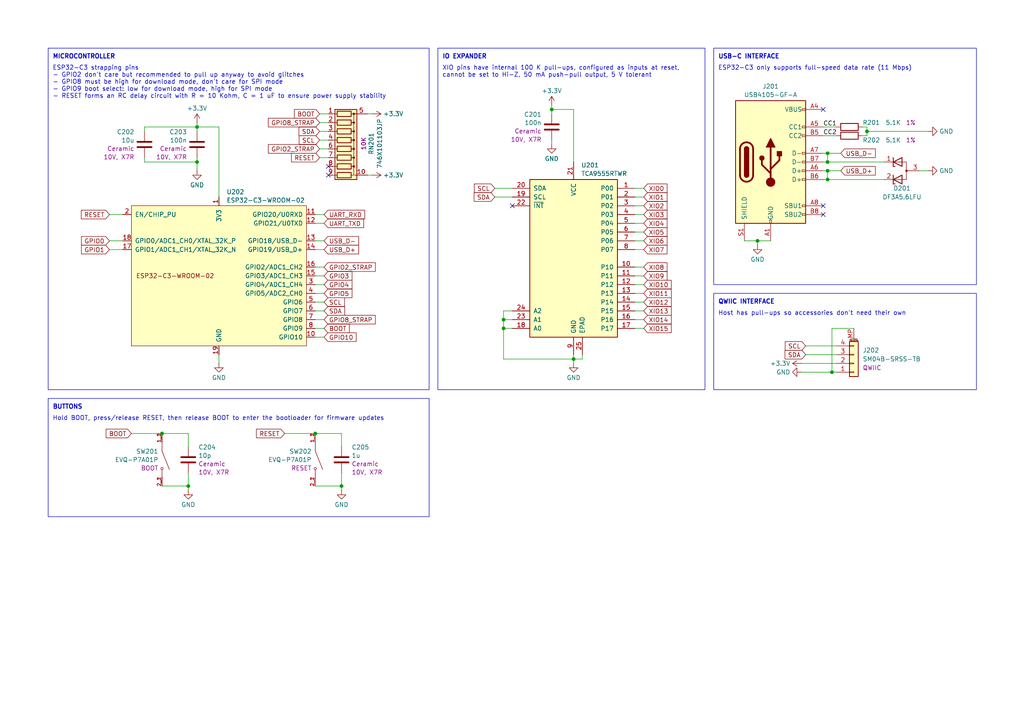
<source format=kicad_sch>
(kicad_sch (version 20231120) (generator "eeschema") (generator_version "8.0")
  (paper "A4")
  (title_block (title "Minuet Core"))
  (lib_symbols
    (symbol "746X:746X101nnnJP" (pin_names (offset 0) hide)
      (property "Reference" "RN" (at -15.5745 -0.254 90))
      (property "Value" "746X101nnnJP" (at -13.1502 -0.254 90))
      (symbol "746X101nnnJP_0_1"
        (rectangle (start -11.43 3.175) (end 8.89 -3.175) (stroke (width 0.254)) (fill (type background)))
        (rectangle (start -10.922 1.524) (end -9.398 -2.54) (stroke (width 0.254)))
        (circle (center -10.16 2.286) (radius 0.254) (fill (type outline)))
        (rectangle (start -8.382 1.524) (end -6.858 -2.54) (stroke (width 0.254)))
        (circle (center -7.62 2.286) (radius 0.254) (fill (type outline)))
        (rectangle (start -5.842 1.524) (end -4.318 -2.54) (stroke (width 0.254)))
        (circle (center -5.08 2.286) (radius 0.254) (fill (type outline)))
        (rectangle (start -3.302 1.524) (end -1.778 -2.54) (stroke (width 0.254)))
        (circle (center -2.54 2.286) (radius 0.254) (fill (type outline)))
        (rectangle (start -0.762 1.524) (end 0.762 -2.54) (stroke (width 0.254)))
        (polyline (pts (xy -10.16 -2.54) (xy -10.16 -3.81)))
        (polyline (pts (xy -7.62 -2.54) (xy -7.62 -3.81)))
        (polyline (pts (xy -5.08 -2.54) (xy -5.08 -3.81)))
        (polyline (pts (xy -2.54 -2.54) (xy -2.54 -3.81)))
        (polyline (pts (xy 0 -2.54) (xy 0 -3.81)))
        (polyline (pts (xy 2.54 -2.54) (xy 2.54 -3.81)))
        (polyline (pts (xy 5.08 -2.54) (xy 5.08 -3.81)))
        (polyline (pts (xy 7.62 -2.54) (xy 7.62 -3.81)))
        (polyline (pts (xy -10.16 1.524) (xy -10.16 2.286) (xy -7.62 2.286) (xy -7.62 1.524)))
        (polyline (pts (xy -7.62 1.524) (xy -7.62 2.286) (xy -5.08 2.286) (xy -5.08 1.524)))
        (polyline (pts (xy -5.08 1.524) (xy -5.08 2.286) (xy -2.54 2.286) (xy -2.54 1.524)))
        (polyline (pts (xy -2.54 1.524) (xy -2.54 2.286) (xy 0 2.286) (xy 0 1.524)))
        (polyline (pts (xy 0 1.524) (xy 0 2.286) (xy 2.54 2.286) (xy 2.54 1.524)))
        (polyline (pts (xy 2.54 1.524) (xy 2.54 2.286) (xy 5.08 2.286) (xy 5.08 1.524)))
        (polyline (pts (xy 5.08 1.524) (xy 5.08 2.286) (xy 7.62 2.286) (xy 7.62 1.524)))
        (circle (center 0 2.286) (radius 0.254) (fill (type outline)))
        (rectangle (start 1.778 1.524) (end 3.302 -2.54) (stroke (width 0.254)))
        (circle (center 2.54 2.286) (radius 0.254) (fill (type outline)))
        (rectangle (start 4.318 1.524) (end 5.842 -2.54) (stroke (width 0.254)))
        (circle (center 5.08 2.286) (radius 0.254) (fill (type outline)))
        (rectangle (start 6.858 1.524) (end 8.382 -2.54) (stroke (width 0.254)))
      )
      (symbol "746X101nnnJP_1_1"
        (pin passive line (at -10.16 -5.08 90) (length 1.27) (name "R1") (number "1"))
        (pin passive line (at 7.62 6.35 270) (length 3.81) (name "common") (number "10"))
        (pin passive line (at -7.62 -5.08 90) (length 1.27) (name "R2") (number "2"))
        (pin passive line (at -5.08 -5.08 90) (length 1.27) (name "R3") (number "3"))
        (pin passive line (at -2.54 -5.08 90) (length 1.27) (name "R4") (number "4"))
        (pin passive line (at -10.16 6.35 270) (length 3.81) (name "common") (number "5"))
        (pin passive line (at 0 -5.08 90) (length 1.27) (name "R5") (number "6"))
        (pin passive line (at 2.54 -5.08 90) (length 1.27) (name "R6") (number "7"))
        (pin passive line (at 5.08 -5.08 90) (length 1.27) (name "R7") (number "8"))
        (pin passive line (at 7.62 -5.08 90) (length 1.27) (name "R8") (number "9"))
      )
    )
    (symbol "Connector:USB_C_Receptacle_USB2.0_16P" (pin_names (offset 1.016))
      (property "Reference" "J" (at 0 22.225 0))
      (property "Value" "USB_C_Receptacle_USB2.0_16P" (at 0 19.685 0))
      (symbol "USB_C_Receptacle_USB2.0_16P_0_0"
        (rectangle (start -0.254 -17.78) (end 0.254 -16.764))
        (rectangle (start 10.16 -14.986) (end 9.144 -15.494))
        (rectangle (start 10.16 -12.446) (end 9.144 -12.954))
        (rectangle (start 10.16 -4.826) (end 9.144 -5.334))
        (rectangle (start 10.16 -2.286) (end 9.144 -2.794))
        (rectangle (start 10.16 0.254) (end 9.144 -0.254))
        (rectangle (start 10.16 2.794) (end 9.144 2.286))
        (rectangle (start 10.16 7.874) (end 9.144 7.366))
        (rectangle (start 10.16 10.414) (end 9.144 9.906))
        (rectangle (start 10.16 15.494) (end 9.144 14.986))
      )
      (symbol "USB_C_Receptacle_USB2.0_16P_0_1"
        (rectangle (start -10.16 17.78) (end 10.16 -17.78) (stroke (width 0.254)) (fill (type background)))
        (arc (start -8.89 -3.81) (mid -6.985 -5.7067) (end -5.08 -3.81) (stroke (width 0.508)))
        (arc (start -7.62 -3.81) (mid -6.985 -4.4423) (end -6.35 -3.81) (stroke (width 0.254)))
        (arc (start -7.62 -3.81) (mid -6.985 -4.4423) (end -6.35 -3.81) (stroke (width 0.254)) (fill (type outline)))
        (rectangle (start -7.62 -3.81) (end -6.35 3.81) (stroke (width 0.254)) (fill (type outline)))
        (arc (start -6.35 3.81) (mid -6.985 4.4423) (end -7.62 3.81) (stroke (width 0.254)))
        (arc (start -6.35 3.81) (mid -6.985 4.4423) (end -7.62 3.81) (stroke (width 0.254)) (fill (type outline)))
        (arc (start -5.08 3.81) (mid -6.985 5.7067) (end -8.89 3.81) (stroke (width 0.508)))
        (circle (center -2.54 1.143) (radius 0.635) (stroke (width 0.254)) (fill (type outline)))
        (circle (center 0 -5.842) (radius 1.27) (fill (type outline)))
        (polyline (pts (xy -8.89 -3.81) (xy -8.89 3.81)) (stroke (width 0.508)))
        (polyline (pts (xy -5.08 3.81) (xy -5.08 -3.81)) (stroke (width 0.508)))
        (polyline (pts (xy 0 -5.842) (xy 0 4.318)) (stroke (width 0.508)))
        (polyline (pts (xy 0 -3.302) (xy -2.54 -0.762) (xy -2.54 0.508)) (stroke (width 0.508)))
        (polyline (pts (xy 0 -2.032) (xy 2.54 0.508) (xy 2.54 1.778)) (stroke (width 0.508)))
        (polyline (pts (xy -1.27 4.318) (xy 0 6.858) (xy 1.27 4.318) (xy -1.27 4.318)) (stroke (width 0.254)) (fill (type outline)))
        (rectangle (start 1.905 1.778) (end 3.175 3.048) (stroke (width 0.254)) (fill (type outline)))
      )
      (symbol "USB_C_Receptacle_USB2.0_16P_1_1"
        (pin passive line (at 0 -22.86 90) (length 5.08) (name "GND") (number "A1"))
        (pin passive line (at 0 -22.86 90) (length 5.08) hide (name "GND") (number "A12"))
        (pin passive line (at 15.24 15.24 180) (length 5.08) (name "VBUS") (number "A4"))
        (pin bidirectional line (at 15.24 10.16 180) (length 5.08) (name "CC1") (number "A5"))
        (pin bidirectional line (at 15.24 -2.54 180) (length 5.08) (name "D+") (number "A6"))
        (pin bidirectional line (at 15.24 2.54 180) (length 5.08) (name "D-") (number "A7"))
        (pin bidirectional line (at 15.24 -12.7 180) (length 5.08) (name "SBU1") (number "A8"))
        (pin passive line (at 15.24 15.24 180) (length 5.08) hide (name "VBUS") (number "A9"))
        (pin passive line (at 0 -22.86 90) (length 5.08) hide (name "GND") (number "B1"))
        (pin passive line (at 0 -22.86 90) (length 5.08) hide (name "GND") (number "B12"))
        (pin passive line (at 15.24 15.24 180) (length 5.08) hide (name "VBUS") (number "B4"))
        (pin bidirectional line (at 15.24 7.62 180) (length 5.08) (name "CC2") (number "B5"))
        (pin bidirectional line (at 15.24 -5.08 180) (length 5.08) (name "D+") (number "B6"))
        (pin bidirectional line (at 15.24 0 180) (length 5.08) (name "D-") (number "B7"))
        (pin bidirectional line (at 15.24 -15.24 180) (length 5.08) (name "SBU2") (number "B8"))
        (pin passive line (at 15.24 15.24 180) (length 5.08) hide (name "VBUS") (number "B9"))
        (pin passive line (at -7.62 -22.86 90) (length 5.08) (name "SHIELD") (number "S1"))
      )
    )
    (symbol "Connector_Generic_MountingPin:Conn_01x04_MountingPin" (pin_names (offset 1.016) hide)
      (property "Reference" "J" (at 0 5.08 0))
      (property "Value" "Conn_01x04_MountingPin" (at 1.27 -7.62 0))
      (symbol "Conn_01x04_MountingPin_1_1"
        (rectangle (start -1.27 -4.953) (end 0 -5.207) (stroke (width 0.1524)))
        (rectangle (start -1.27 -2.413) (end 0 -2.667) (stroke (width 0.1524)))
        (rectangle (start -1.27 0.127) (end 0 -0.127) (stroke (width 0.1524)))
        (rectangle (start -1.27 2.667) (end 0 2.413) (stroke (width 0.1524)))
        (rectangle (start -1.27 3.81) (end 1.27 -6.35) (stroke (width 0.254)) (fill (type background)))
        (polyline (pts (xy -1.016 -7.112) (xy 1.016 -7.112)) (stroke (width 0.1524)))
        (text "Mounting" (at 0 -6.731 0) (effects (font (size 0.381 0.381))))
        (pin passive line (at -5.08 2.54 0) (length 3.81) (name "Pin_1") (number "1"))
        (pin passive line (at -5.08 0 0) (length 3.81) (name "Pin_2") (number "2"))
        (pin passive line (at -5.08 -2.54 0) (length 3.81) (name "Pin_3") (number "3"))
        (pin passive line (at -5.08 -5.08 0) (length 3.81) (name "Pin_4") (number "4"))
        (pin passive line (at 0 -10.16 90) (length 3.048) (name "MountPin") (number "MP"))
      )
    )
    (symbol "Device:C" (pin_numbers hide) (pin_names (offset 0.254))
      (property "Reference" "C" (at 0.635 2.54 0))
      (property "Value" "C" (at 0.635 -2.54 0))
      (symbol "C_0_1"
        (polyline (pts (xy -2.032 -0.762) (xy 2.032 -0.762)) (stroke (width 0.508)))
        (polyline (pts (xy -2.032 0.762) (xy 2.032 0.762)) (stroke (width 0.508)))
      )
      (symbol "C_1_1"
        (pin passive line (at 0 3.81 270) (length 2.794) (name "~") (number "1"))
        (pin passive line (at 0 -3.81 90) (length 2.794) (name "~") (number "2"))
      )
    )
    (symbol "Device:D_Zener_Dual_CommonAnode_KKA_Parallel" (pin_names (offset 0.762) hide)
      (property "Reference" "D" (at 0 5.08 0))
      (property "Value" "D_Zener_Dual_CommonAnode_KKA_Parallel" (at 0 -5.08 0))
      (symbol "D_Zener_Dual_CommonAnode_KKA_Parallel_0_0"
        (polyline (pts (xy 2.032 1.27) (xy 2.54 1.27) (xy 2.54 3.81)) (stroke (width 0.254)))
        (polyline (pts (xy 2.54 -1.27) (xy 2.54 -3.81) (xy 2.032 -3.81)) (stroke (width 0.254)))
      )
      (symbol "D_Zener_Dual_CommonAnode_KKA_Parallel_0_1"
        (circle (center -1.27 0) (radius 0.254) (fill (type outline)))
        (polyline (pts (xy -1.27 0) (xy -2.54 0)))
        (polyline (pts (xy 2.54 2.54) (xy -1.27 2.54) (xy -1.27 -2.54) (xy 2.54 -2.54)))
        (polyline (pts (xy 0 -1.27) (xy 2.54 -2.54) (xy 0 -3.81) (xy 0 -1.27) (xy 0 -1.27) (xy 0 -1.27)) (stroke (width 0.254)))
        (polyline (pts (xy 0 3.81) (xy 2.54 2.54) (xy 0 1.27) (xy 0 3.81) (xy 0 3.81) (xy 0 3.81)) (stroke (width 0.254)))
        (pin passive line (at 5.08 2.54 180) (length 2.54) (name "K") (number "1"))
        (pin passive line (at 5.08 -2.54 180) (length 2.54) (name "K") (number "2"))
        (pin passive line (at -5.08 0 0) (length 2.54) (name "A") (number "3"))
      )
    )
    (symbol "Device:R" (pin_numbers hide) (pin_names (offset 0))
      (property "Reference" "R" (at 2.032 0 90))
      (property "Value" "R" (at 0 0 90))
      (symbol "R_0_1"
        (rectangle (start -1.016 -2.54) (end 1.016 2.54) (stroke (width 0.254)))
      )
      (symbol "R_1_1"
        (pin passive line (at 0 3.81 270) (length 1.27) (name "~") (number "1"))
        (pin passive line (at 0 -3.81 90) (length 1.27) (name "~") (number "2"))
      )
    )
    (symbol "EVQ-P7A01P:EVQ-P7A01P" (pin_names (offset 1.016))
      (property "Reference" "S" (at -2.54 2.54 0))
      (property "Value" "EVQ-P7A01P" (at -2.54 -2.54 0))
      (symbol "EVQ-P7A01P_0_0"
        (polyline (pts (xy -2.54 0) (xy -5.08 0)) (stroke (width 0.1524)))
        (polyline (pts (xy -2.54 0) (xy 2.794 2.1336)) (stroke (width 0.1524)))
        (polyline (pts (xy 5.08 0) (xy 2.921 0)) (stroke (width 0.1524)))
        (circle (center 2.54 0) (radius 0.3302) (stroke (width 0.1524)))
        (pin passive line (at -7.62 0 0) (length 2.54) (name "~") (number "1_1"))
        (pin passive line (at -7.62 0 0) (length 2.54) (name "~") (number "1_2"))
        (pin passive line (at 7.62 0 180) (length 2.54) (name "~") (number "2_1"))
        (pin passive line (at 7.62 0 180) (length 2.54) (name "~") (number "2_2"))
      )
    )
    (symbol "Interface_Expansion:TCA9555RTWR" (pin_names (offset 1.016))
      (property "Reference" "U" (at -11.43 24.13 0))
      (property "Value" "TCA9555RTWR" (at 0 0 0))
      (symbol "TCA9555RTWR_0_1"
        (rectangle (start -12.7 22.86) (end 12.7 -22.86) (stroke (width 0.254)) (fill (type background)))
      )
      (symbol "TCA9555RTWR_1_1"
        (pin bidirectional line (at 17.78 20.32 180) (length 5.08) (name "P00") (number "1"))
        (pin bidirectional line (at 17.78 -2.54 180) (length 5.08) (name "P10") (number "10"))
        (pin bidirectional line (at 17.78 -5.08 180) (length 5.08) (name "P11") (number "11"))
        (pin bidirectional line (at 17.78 -7.62 180) (length 5.08) (name "P12") (number "12"))
        (pin bidirectional line (at 17.78 -10.16 180) (length 5.08) (name "P13") (number "13"))
        (pin bidirectional line (at 17.78 -12.7 180) (length 5.08) (name "P14") (number "14"))
        (pin bidirectional line (at 17.78 -15.24 180) (length 5.08) (name "P15") (number "15"))
        (pin bidirectional line (at 17.78 -17.78 180) (length 5.08) (name "P16") (number "16"))
        (pin bidirectional line (at 17.78 -20.32 180) (length 5.08) (name "P17") (number "17"))
        (pin input line (at -17.78 -20.32 0) (length 5.08) (name "A0") (number "18"))
        (pin input line (at -17.78 17.78 0) (length 5.08) (name "SCL") (number "19"))
        (pin bidirectional line (at 17.78 17.78 180) (length 5.08) (name "P01") (number "2"))
        (pin bidirectional line (at -17.78 20.32 0) (length 5.08) (name "SDA") (number "20"))
        (pin power_in line (at 0 27.94 270) (length 5.08) (name "VCC") (number "21"))
        (pin open_collector line (at -17.78 15.24 0) (length 5.08) (name "~{INT}") (number "22"))
        (pin input line (at -17.78 -17.78 0) (length 5.08) (name "A1") (number "23"))
        (pin input line (at -17.78 -15.24 0) (length 5.08) (name "A2") (number "24"))
        (pin input line (at 2.54 -27.94 90) (length 5.08) (name "EPAD") (number "25"))
        (pin bidirectional line (at 17.78 15.24 180) (length 5.08) (name "P02") (number "3"))
        (pin bidirectional line (at 17.78 12.7 180) (length 5.08) (name "P03") (number "4"))
        (pin bidirectional line (at 17.78 10.16 180) (length 5.08) (name "P04") (number "5"))
        (pin bidirectional line (at 17.78 7.62 180) (length 5.08) (name "P05") (number "6"))
        (pin bidirectional line (at 17.78 5.08 180) (length 5.08) (name "P06") (number "7"))
        (pin bidirectional line (at 17.78 2.54 180) (length 5.08) (name "P07") (number "8"))
        (pin power_in line (at 0 -27.94 90) (length 5.08) (name "GND") (number "9"))
      )
    )
    (symbol "PCM_Espressif:ESP32-C3-WROOM-02" (pin_names (offset 1.016))
      (property "Reference" "U" (at -25.4 25.4 0))
      (property "Value" "ESP32-C3-WROOM-02" (at -25.4 22.86 0))
      (symbol "ESP32-C3-WROOM-02_0_0"
        (text "ESP32-C3-WROOM-02" (at -12.7 0 0) (effects (font (size 1.27 1.27))))
      )
      (symbol "ESP32-C3-WROOM-02_0_1"
        (rectangle (start 25.4 20.32) (end -25.4 -20.32) (fill (type background)))
      )
      (symbol "ESP32-C3-WROOM-02_1_1"
        (pin power_in line (at 0 22.86 270) (length 2.54) (name "3V3") (number "1"))
        (pin bidirectional line (at 27.94 -17.78 180) (length 2.54) (name "GPIO10") (number "10"))
        (pin bidirectional line (at 27.94 17.78 180) (length 2.54) (name "GPIO20/U0RXD") (number "11"))
        (pin bidirectional line (at 27.94 15.24 180) (length 2.54) (name "GPIO21/U0TXD") (number "12"))
        (pin bidirectional line (at 27.94 10.16 180) (length 2.54) (name "GPIO18/USB_D-") (number "13"))
        (pin bidirectional line (at 27.94 7.62 180) (length 2.54) (name "GPIO19/USB_D+") (number "14"))
        (pin bidirectional line (at 27.94 0 180) (length 2.54) (name "GPIO3/ADC1_CH3") (number "15"))
        (pin bidirectional line (at 27.94 2.54 180) (length 2.54) (name "GPIO2/ADC1_CH2") (number "16"))
        (pin bidirectional line (at -27.94 7.62 0) (length 2.54) (name "GPIO1/ADC1_CH1/XTAL_32K_N") (number "17"))
        (pin bidirectional line (at -27.94 10.16 0) (length 2.54) (name "GPIO0/ADC1_CH0/XTAL_32K_P") (number "18"))
        (pin power_in line (at 0 -22.86 90) (length 2.54) (name "GND") (number "19"))
        (pin input line (at -27.94 17.78 0) (length 2.54) (name "EN/CHIP_PU") (number "2"))
        (pin bidirectional line (at 27.94 -2.54 180) (length 2.54) (name "GPIO4/ADC1_CH4") (number "3"))
        (pin bidirectional line (at 27.94 -5.08 180) (length 2.54) (name "GPIO5/ADC2_CH0") (number "4"))
        (pin bidirectional line (at 27.94 -7.62 180) (length 2.54) (name "GPIO6") (number "5"))
        (pin bidirectional line (at 27.94 -10.16 180) (length 2.54) (name "GPIO7") (number "6"))
        (pin bidirectional line (at 27.94 -12.7 180) (length 2.54) (name "GPIO8") (number "7"))
        (pin bidirectional line (at 27.94 -15.24 180) (length 2.54) (name "GPIO9") (number "8"))
        (pin passive line (at 0 -22.86 90) (length 2.54) hide (name "GND") (number "9"))
      )
    )
    (symbol "power:+3.3V" (power) (pin_numbers hide) (pin_names (offset 0) hide)
      (property "Value" "+3.3V" (at 0 3.556 0))
      (symbol "+3.3V_0_1"
        (polyline (pts (xy -0.762 1.27) (xy 0 2.54)))
        (polyline (pts (xy 0 0) (xy 0 2.54)))
        (polyline (pts (xy 0 2.54) (xy 0.762 1.27)))
      )
      (symbol "+3.3V_1_1"
        (pin power_in line (at 0 0 90) (length 0) (name "~") (number "1"))
      )
    )
    (symbol "power:GND" (power) (pin_numbers hide) (pin_names (offset 0) hide)
      (property "Value" "GND" (at 0 -3.81 0))
      (symbol "GND_0_1"
        (polyline (pts (xy 0 0) (xy 0 -1.27) (xy 1.27 -1.27) (xy 0 -2.54) (xy -1.27 -1.27) (xy 0 -1.27)))
      )
      (symbol "GND_1_1"
        (pin power_in line (at 0 0 270) (length 0) (name "~") (number "1"))
      )
    )
  )
  (junction (at 241.3 107.95))
  (junction (at 54.61 140.97))
  (junction (at 240.03 44.45))
  (junction (at 240.03 46.99))
  (junction (at 146.05 95.25))
  (junction (at 240.03 49.53))
  (junction (at 57.15 46.99))
  (junction (at 99.06 140.97))
  (junction (at 251.46 38.1))
  (junction (at 91.44 125.73))
  (junction (at 57.15 36.83))
  (junction (at 219.71 69.85))
  (junction (at 166.37 104.14))
  (junction (at 240.03 52.07))
  (junction (at 160.02 31.75))
  (junction (at 46.99 125.73))
  (junction (at 146.05 92.71))
  (no_connect (at 148.59 59.69))
  (no_connect (at 95.25 50.8))
  (no_connect (at 238.76 59.69))
  (no_connect (at 238.76 31.75))
  (no_connect (at 95.25 48.26))
  (no_connect (at 238.76 62.23))
  (wire (pts (xy 186.69 67.31) (xy 184.15 67.31)))
  (wire (pts (xy 63.5 36.83) (xy 63.5 57.15)))
  (wire (pts (xy 186.69 95.25) (xy 184.15 95.25)))
  (wire (pts (xy 148.59 90.17) (xy 146.05 90.17)))
  (wire (pts (xy 92.71 45.72) (xy 95.25 45.72)))
  (wire (pts (xy 57.15 46.99) (xy 57.15 49.53)))
  (wire (pts (xy 186.69 72.39) (xy 184.15 72.39)))
  (wire (pts (xy 238.76 44.45) (xy 240.03 44.45)))
  (wire (pts (xy 186.69 59.69) (xy 184.15 59.69)))
  (wire (pts (xy 91.44 82.55) (xy 93.98 82.55)))
  (wire (pts (xy 91.44 140.97) (xy 99.06 140.97)))
  (wire (pts (xy 146.05 95.25) (xy 146.05 104.14)))
  (wire (pts (xy 186.69 80.01) (xy 184.15 80.01)))
  (wire (pts (xy 92.71 38.1) (xy 95.25 38.1)))
  (wire (pts (xy 41.91 36.83) (xy 57.15 36.83)))
  (wire (pts (xy 82.55 125.73) (xy 91.44 125.73)))
  (wire (pts (xy 107.95 50.8) (xy 106.68 50.8)))
  (wire (pts (xy 91.44 62.23) (xy 93.98 62.23)))
  (wire (pts (xy 186.69 90.17) (xy 184.15 90.17)))
  (wire (pts (xy 54.61 137.16) (xy 54.61 140.97)))
  (wire (pts (xy 41.91 45.72) (xy 41.91 46.99)))
  (wire (pts (xy 92.71 40.64) (xy 95.25 40.64)))
  (wire (pts (xy 146.05 104.14) (xy 166.37 104.14)))
  (wire (pts (xy 166.37 31.75) (xy 166.37 46.99)))
  (wire (pts (xy 143.51 57.15) (xy 148.59 57.15)))
  (wire (pts (xy 91.44 87.63) (xy 93.98 87.63)))
  (wire (pts (xy 240.03 49.53) (xy 240.03 52.07)))
  (wire (pts (xy 146.05 92.71) (xy 148.59 92.71)))
  (wire (pts (xy 92.71 43.18) (xy 95.25 43.18)))
  (wire (pts (xy 54.61 140.97) (xy 54.61 142.24)))
  (wire (pts (xy 31.75 72.39) (xy 35.56 72.39)))
  (wire (pts (xy 166.37 104.14) (xy 168.91 104.14)))
  (wire (pts (xy 107.95 33.02) (xy 106.68 33.02)))
  (wire (pts (xy 240.03 49.53) (xy 243.84 49.53)))
  (wire (pts (xy 41.91 36.83) (xy 41.91 38.1)))
  (wire (pts (xy 250.19 39.37) (xy 251.46 39.37)))
  (wire (pts (xy 219.71 69.85) (xy 223.52 69.85)))
  (wire (pts (xy 46.99 125.73) (xy 54.61 125.73)))
  (wire (pts (xy 91.44 97.79) (xy 93.98 97.79)))
  (wire (pts (xy 99.06 137.16) (xy 99.06 140.97)))
  (wire (pts (xy 160.02 40.64) (xy 160.02 41.91)))
  (wire (pts (xy 91.44 72.39) (xy 93.98 72.39)))
  (wire (pts (xy 91.44 80.01) (xy 93.98 80.01)))
  (wire (pts (xy 166.37 102.87) (xy 166.37 104.14)))
  (wire (pts (xy 91.44 77.47) (xy 93.98 77.47)))
  (wire (pts (xy 91.44 95.25) (xy 93.98 95.25)))
  (wire (pts (xy 99.06 125.73) (xy 99.06 129.54)))
  (wire (pts (xy 242.57 100.33) (xy 233.68 100.33)))
  (wire (pts (xy 160.02 30.48) (xy 160.02 31.75)))
  (wire (pts (xy 46.99 140.97) (xy 54.61 140.97)))
  (wire (pts (xy 232.41 107.95) (xy 241.3 107.95)))
  (wire (pts (xy 146.05 92.71) (xy 146.05 95.25)))
  (wire (pts (xy 251.46 39.37) (xy 251.46 38.1)))
  (wire (pts (xy 31.75 69.85) (xy 35.56 69.85)))
  (wire (pts (xy 146.05 95.25) (xy 148.59 95.25)))
  (wire (pts (xy 160.02 31.75) (xy 160.02 33.02)))
  (wire (pts (xy 31.75 62.23) (xy 35.56 62.23)))
  (wire (pts (xy 240.03 46.99) (xy 256.54 46.99)))
  (wire (pts (xy 241.3 95.25) (xy 247.65 95.25)))
  (wire (pts (xy 238.76 36.83) (xy 242.57 36.83)))
  (wire (pts (xy 266.7 49.53) (xy 269.24 49.53)))
  (wire (pts (xy 91.44 69.85) (xy 93.98 69.85)))
  (wire (pts (xy 91.44 64.77) (xy 93.98 64.77)))
  (wire (pts (xy 143.51 54.61) (xy 148.59 54.61)))
  (wire (pts (xy 91.44 90.17) (xy 93.98 90.17)))
  (wire (pts (xy 186.69 69.85) (xy 184.15 69.85)))
  (wire (pts (xy 186.69 92.71) (xy 184.15 92.71)))
  (wire (pts (xy 186.69 87.63) (xy 184.15 87.63)))
  (wire (pts (xy 215.9 69.85) (xy 219.71 69.85)))
  (wire (pts (xy 186.69 57.15) (xy 184.15 57.15)))
  (wire (pts (xy 54.61 125.73) (xy 54.61 129.54)))
  (wire (pts (xy 186.69 64.77) (xy 184.15 64.77)))
  (wire (pts (xy 160.02 31.75) (xy 166.37 31.75)))
  (wire (pts (xy 219.71 69.85) (xy 219.71 71.12)))
  (wire (pts (xy 99.06 140.97) (xy 99.06 142.24)))
  (wire (pts (xy 250.19 36.83) (xy 251.46 36.83)))
  (wire (pts (xy 186.69 54.61) (xy 184.15 54.61)))
  (wire (pts (xy 57.15 36.83) (xy 63.5 36.83)))
  (wire (pts (xy 186.69 62.23) (xy 184.15 62.23)))
  (wire (pts (xy 186.69 77.47) (xy 184.15 77.47)))
  (wire (pts (xy 92.71 33.02) (xy 95.25 33.02)))
  (wire (pts (xy 241.3 107.95) (xy 242.57 107.95)))
  (wire (pts (xy 166.37 104.14) (xy 166.37 105.41)))
  (wire (pts (xy 240.03 44.45) (xy 243.84 44.45)))
  (wire (pts (xy 91.44 92.71) (xy 93.98 92.71)))
  (wire (pts (xy 240.03 52.07) (xy 256.54 52.07)))
  (wire (pts (xy 242.57 102.87) (xy 233.68 102.87)))
  (wire (pts (xy 238.76 52.07) (xy 240.03 52.07)))
  (wire (pts (xy 146.05 90.17) (xy 146.05 92.71)))
  (wire (pts (xy 232.41 105.41) (xy 242.57 105.41)))
  (wire (pts (xy 57.15 45.72) (xy 57.15 46.99)))
  (wire (pts (xy 168.91 104.14) (xy 168.91 102.87)))
  (wire (pts (xy 57.15 46.99) (xy 41.91 46.99)))
  (wire (pts (xy 251.46 38.1) (xy 251.46 36.83)))
  (wire (pts (xy 238.76 39.37) (xy 242.57 39.37)))
  (wire (pts (xy 92.71 35.56) (xy 95.25 35.56)))
  (wire (pts (xy 186.69 82.55) (xy 184.15 82.55)))
  (wire (pts (xy 251.46 38.1) (xy 269.24 38.1)))
  (wire (pts (xy 241.3 107.95) (xy 241.3 95.25)))
  (wire (pts (xy 91.44 125.73) (xy 99.06 125.73)))
  (wire (pts (xy 63.5 105.41) (xy 63.5 102.87)))
  (wire (pts (xy 57.15 35.56) (xy 57.15 36.83)))
  (wire (pts (xy 240.03 44.45) (xy 240.03 46.99)))
  (wire (pts (xy 238.76 49.53) (xy 240.03 49.53)))
  (wire (pts (xy 238.76 46.99) (xy 240.03 46.99)))
  (wire (pts (xy 38.1 125.73) (xy 46.99 125.73)))
  (wire (pts (xy 91.44 85.09) (xy 93.98 85.09)))
  (wire (pts (xy 57.15 36.83) (xy 57.15 38.1)))
  (wire (pts (xy 186.69 85.09) (xy 184.15 85.09)))
  (rectangle (start 13.97 13.97) (end 124.46 113.03))
  (rectangle (start 127 13.97) (end 204.47 113.03))
  (rectangle (start 13.97 115.57) (end 124.46 149.86))
  (rectangle (start 207.01 13.97) (end 283.21 82.55))
  (rectangle (start 207.01 85.09) (end 283.21 113.03))
  (text "IO EXPANDER" (at 128.27 16.51 0) (effects (font (size 1.27 1.27) (thickness 0.254) (bold yes)) (justify left)))
  (text "USB-C INTERFACE" (at 208.28 16.51 0) (effects (font (size 1.27 1.27) (thickness 0.254) (bold yes)) (justify left)))
  (text "XIO pins have internal 100 K pull-ups, configured as inputs at reset,\ncannot be set to Hi-Z, 50 mA push-pull output, 5 V tolerant" (at 128.27 19.05 0) (effects (font (size 1.27 1.27)) (justify left top)))
  (text "ESP32-C3 strapping pins\n- GPIO2 don't care but recommended to pull up anyway to avoid glitches\n- GPIO8 must be high for download mode, don't care for SPI mode\n- GPIO9 boot select: low for download mode, high for SPI mode\n- RESET forms an RC delay circuit with R = 10 Kohm, C = 1 uF to ensure power supply stability" (at 15.24 19.05 0) (effects (font (size 1.27 1.27)) (justify left top)))
  (text "Hold BOOT, press/release RESET, then release BOOT to enter the bootloader for firmware updates" (at 15.24 120.65 0) (effects (font (size 1.27 1.27)) (justify left top)))
  (text "BUTTONS" (at 15.24 118.11 0) (effects (font (size 1.27 1.27) (thickness 0.254) (bold yes)) (justify left)))
  (text "ESP32-C3 only supports full-speed data rate (11 Mbps)" (at 208.28 19.05 0) (effects (font (size 1.27 1.27)) (justify left top)))
  (text "QWIIC INTERFACE" (at 208.28 87.63 0) (effects (font (size 1.27 1.27) (thickness 0.254) (bold yes)) (justify left)))
  (text "Host has pull-ups so accessories don't need their own" (at 208.28 90.17 0) (effects (font (size 1.27 1.27)) (justify left top)))
  (text "MICROCONTROLLER" (at 15.24 16.51 0) (effects (font (size 1.27 1.27) (thickness 0.254) (bold yes)) (justify left)))
  (label "CC1" (at 238.76 36.83 0))
  (label "CC2" (at 238.76 39.37 0))
  (global_label "RESET" (shape input) (at 31.75 62.23 180) (property "Intersheetrefs" "${INTERSHEET_REFS}" (effects (hide yes))))
  (global_label "SCL" (shape input) (at 233.68 100.33 180) (property "Intersheetrefs" "${INTERSHEET_REFS}" (effects (hide yes))))
  (global_label "SCL" (shape input) (at 143.51 54.61 180) (property "Intersheetrefs" "${INTERSHEET_REFS}" (effects (hide yes))))
  (global_label "GPIO2_STRAP" (shape input) (at 93.98 77.47 0) (property "Intersheetrefs" "${INTERSHEET_REFS}" (effects (hide yes))))
  (global_label "XIO7" (shape input) (at 186.69 72.39 0) (property "Intersheetrefs" "${INTERSHEET_REFS}" (effects (hide yes))))
  (global_label "UART_TXD" (shape input) (at 93.98 64.77 0) (property "Intersheetrefs" "${INTERSHEET_REFS}" (effects (hide yes))))
  (global_label "XIO1" (shape input) (at 186.69 57.15 0) (property "Intersheetrefs" "${INTERSHEET_REFS}" (effects (hide yes))))
  (global_label "GPIO0" (shape input) (at 31.75 69.85 180) (property "Intersheetrefs" "${INTERSHEET_REFS}" (effects (hide yes))))
  (global_label "XIO2" (shape input) (at 186.69 59.69 0) (property "Intersheetrefs" "${INTERSHEET_REFS}" (effects (hide yes))))
  (global_label "BOOT" (shape input) (at 38.1 125.73 180) (property "Intersheetrefs" "${INTERSHEET_REFS}" (effects (hide yes))))
  (global_label "RESET" (shape input) (at 92.71 45.72 180) (property "Intersheetrefs" "${INTERSHEET_REFS}" (effects (hide yes))))
  (global_label "XIO4" (shape input) (at 186.69 64.77 0) (property "Intersheetrefs" "${INTERSHEET_REFS}" (effects (hide yes))))
  (global_label "XIO8" (shape input) (at 186.69 77.47 0) (property "Intersheetrefs" "${INTERSHEET_REFS}" (effects (hide yes))))
  (global_label "GPIO1" (shape input) (at 31.75 72.39 180) (property "Intersheetrefs" "${INTERSHEET_REFS}" (effects (hide yes))))
  (global_label "SDA" (shape input) (at 143.51 57.15 180) (property "Intersheetrefs" "${INTERSHEET_REFS}" (effects (hide yes))))
  (global_label "RESET" (shape input) (at 82.55 125.73 180) (property "Intersheetrefs" "${INTERSHEET_REFS}" (effects (hide yes))))
  (global_label "USB_D+" (shape input) (at 93.98 72.39 0) (property "Intersheetrefs" "${INTERSHEET_REFS}" (effects (hide yes))))
  (global_label "USB_D+" (shape input) (at 243.84 49.53 0) (property "Intersheetrefs" "${INTERSHEET_REFS}" (effects (hide yes))))
  (global_label "GPIO10" (shape input) (at 93.98 97.79 0) (property "Intersheetrefs" "${INTERSHEET_REFS}" (effects (hide yes))))
  (global_label "XIO13" (shape input) (at 186.69 90.17 0) (property "Intersheetrefs" "${INTERSHEET_REFS}" (effects (hide yes))))
  (global_label "GPIO3" (shape input) (at 93.98 80.01 0) (property "Intersheetrefs" "${INTERSHEET_REFS}" (effects (hide yes))))
  (global_label "BOOT" (shape input) (at 92.71 33.02 180) (property "Intersheetrefs" "${INTERSHEET_REFS}" (effects (hide yes))))
  (global_label "XIO12" (shape input) (at 186.69 87.63 0) (property "Intersheetrefs" "${INTERSHEET_REFS}" (effects (hide yes))))
  (global_label "SDA" (shape input) (at 92.71 38.1 180) (property "Intersheetrefs" "${INTERSHEET_REFS}" (effects (hide yes))))
  (global_label "XIO5" (shape input) (at 186.69 67.31 0) (property "Intersheetrefs" "${INTERSHEET_REFS}" (effects (hide yes))))
  (global_label "SCL" (shape input) (at 93.98 87.63 0) (property "Intersheetrefs" "${INTERSHEET_REFS}" (effects (hide yes))))
  (global_label "UART_RXD" (shape input) (at 93.98 62.23 0) (property "Intersheetrefs" "${INTERSHEET_REFS}" (effects (hide yes))))
  (global_label "SDA" (shape input) (at 233.68 102.87 180) (property "Intersheetrefs" "${INTERSHEET_REFS}" (effects (hide yes))))
  (global_label "USB_D-" (shape input) (at 93.98 69.85 0) (property "Intersheetrefs" "${INTERSHEET_REFS}" (effects (hide yes))))
  (global_label "BOOT" (shape input) (at 93.98 95.25 0) (property "Intersheetrefs" "${INTERSHEET_REFS}" (effects (hide yes))))
  (global_label "XIO6" (shape input) (at 186.69 69.85 0) (property "Intersheetrefs" "${INTERSHEET_REFS}" (effects (hide yes))))
  (global_label "XIO10" (shape input) (at 186.69 82.55 0) (property "Intersheetrefs" "${INTERSHEET_REFS}" (effects (hide yes))))
  (global_label "GPIO4" (shape input) (at 93.98 82.55 0) (property "Intersheetrefs" "${INTERSHEET_REFS}" (effects (hide yes))))
  (global_label "USB_D-" (shape input) (at 243.84 44.45 0) (property "Intersheetrefs" "${INTERSHEET_REFS}" (effects (hide yes))))
  (global_label "SCL" (shape input) (at 92.71 40.64 180) (property "Intersheetrefs" "${INTERSHEET_REFS}" (effects (hide yes))))
  (global_label "XIO15" (shape input) (at 186.69 95.25 0) (property "Intersheetrefs" "${INTERSHEET_REFS}" (effects (hide yes))))
  (global_label "XIO11" (shape input) (at 186.69 85.09 0) (property "Intersheetrefs" "${INTERSHEET_REFS}" (effects (hide yes))))
  (global_label "GPIO8_STRAP" (shape input) (at 92.71 35.56 180) (property "Intersheetrefs" "${INTERSHEET_REFS}" (effects (hide yes))))
  (global_label "XIO9" (shape input) (at 186.69 80.01 0) (property "Intersheetrefs" "${INTERSHEET_REFS}" (effects (hide yes))))
  (global_label "GPIO8_STRAP" (shape input) (at 93.98 92.71 0) (property "Intersheetrefs" "${INTERSHEET_REFS}" (effects (hide yes))))
  (global_label "GPIO5" (shape input) (at 93.98 85.09 0) (property "Intersheetrefs" "${INTERSHEET_REFS}" (effects (hide yes))))
  (global_label "GPIO2_STRAP" (shape input) (at 92.71 43.18 180) (property "Intersheetrefs" "${INTERSHEET_REFS}" (effects (hide yes))))
  (global_label "SDA" (shape input) (at 93.98 90.17 0) (property "Intersheetrefs" "${INTERSHEET_REFS}" (effects (hide yes))))
  (global_label "XIO0" (shape input) (at 186.69 54.61 0) (property "Intersheetrefs" "${INTERSHEET_REFS}" (effects (hide yes))))
  (global_label "XIO3" (shape input) (at 186.69 62.23 0) (property "Intersheetrefs" "${INTERSHEET_REFS}" (effects (hide yes))))
  (global_label "XIO14" (shape input) (at 186.69 92.71 0) (property "Intersheetrefs" "${INTERSHEET_REFS}" (effects (hide yes))))
  (symbol (lib_id "PCM_Espressif:ESP32-C3-WROOM-02") (at 63.5 80.01 0) (unit 1)
    (property "Reference" "U202" (at 65.6941 55.6725 0) (effects (justify left)))
    (property "Value" "ESP32-C3-WROOM-02" (at 65.6941 58.0968 0) (effects (justify left)))
    (property "Footprint" "PCM_Espressif:ESP32-C3-WROOM-02" (effects (hide yes)))
    (property "Datasheet" "https://www.espressif.com/sites/default/files/documentation/esp32-c3-wroom-02_datasheet_en.pdf" (effects (hide yes)))
    (property "Description" "ESP32-C3-WROOM-02 is a general-purpose Wi-Fi and Bluetooth LE module. This module features a rich set of peripherals and high performance, which makes it an ideal choice for smart home, industrial automation, health care, consumer electronics, etc." (effects (hide yes)))
  )
  (symbol (lib_id "Connector_Generic_MountingPin:Conn_01x04_MountingPin") (at 247.65 105.41 0) (mirror x) (unit 1)
    (property "Reference" "J202" (at 250.19 101.6 0) (effects (justify left)))
    (property "Value" "SM04B-SRSS-TB" (at 250.19 104.14 0) (effects (justify left)))
    (property "Footprint" "Connector_JST:JST_SH_SM04B-SRSS-TB_1x04-1MP_P1.00mm_Horizontal" (effects (hide yes)))
    (property "Description" "Generic connectable mounting pin connector, single row, 01x04, script generated (kicad-library-utils/schlib/autogen/connector/)" (effects (hide yes)))
    (property "Label" "QWIIC" (at 250.19 106.68 0) (effects (justify left)))
  )
  (symbol (lib_id "power:GND") (at 232.41 107.95 270) (mirror x) (unit 1)
    (property "Reference" "#PWR0213" (effects (hide yes)))
    (property "Value" "GND" (at 229.2351 107.95 90) (effects (justify right)))
    (property "Description" "Power symbol creates a global label with name \"GND\" , ground" (effects (hide yes)))
  )
  (symbol (lib_id "Device:D_Zener_Dual_CommonAnode_KKA_Parallel") (at 261.62 49.53 0) (mirror y) (unit 1)
    (property "Reference" "D201" (at 261.62 54.61 0))
    (property "Value" "DF3A5.6LFU" (at 261.62 57.15 0))
    (property "Footprint" "Package_TO_SOT_SMD:SOT-323_SC-70" (effects (hide yes)))
    (property "Datasheet" "https://toshiba.semicon-storage.com/info/DF3A5.6LFU_datasheet_en_20140301.pdf?did=22241&prodName=DF3A5.6LFU" (effects (hide yes)))
    (property "Description" "Dual Zener diode, common anode on pin 3" (effects (hide yes)))
  )
  (symbol (lib_id "power:+3.3V") (at 107.95 33.02 270) (unit 1)
    (property "Reference" "#PWR0202" (effects (hide yes)))
    (property "Value" "+3.3V" (at 111.125 33.02 90) (effects (justify left)))
    (property "Description" "Power symbol creates a global label with name \"+3.3V\"" (effects (hide yes)))
  )
  (symbol (lib_id "power:GND") (at 160.02 41.91 0) (unit 1)
    (property "Reference" "#PWR0205" (effects (hide yes)))
    (property "Value" "GND" (at 160.02 46.0431 0))
    (property "Description" "Power symbol creates a global label with name \"GND\" , ground" (effects (hide yes)))
  )
  (symbol (lib_id "power:+3.3V") (at 160.02 30.48 0) (unit 1)
    (property "Reference" "#PWR0201" (effects (hide yes)))
    (property "Value" "+3.3V" (at 160.02 26.3469 0))
    (property "Description" "Power symbol creates a global label with name \"+3.3V\"" (effects (hide yes)))
  )
  (symbol (lib_id "EVQ-P7A01P:EVQ-P7A01P") (at 46.99 133.35 270) (unit 1)
    (property "Reference" "SW201" (at 45.9486 130.9257 90) (effects (justify right)))
    (property "Value" "EVQ-P7A01P" (at 45.9486 133.35 90) (effects (justify right)))
    (property "Footprint" "EVQ-P7A01P:SW_EVQ-P7A01P" (effects (hide yes)))
    (property "Description" "Push button switch, generic, two pins" (effects (hide yes)))
    (property "MF" "Panasonic Electronic" (effects (hide yes)))
    (property "MAXIMUM_PACKAGE_HEIGHT" "1.35mm" (effects (hide yes)))
    (property "Package" "None" (effects (hide yes)))
    (property "Price" "None" (effects (hide yes)))
    (property "Check_prices" "https://www.snapeda.com/parts/EVQ-P7A01P/Panasonic+Electronic+Components/view-part/?ref=eda" (effects (hide yes)))
    (property "STANDARD" "Manufacturer Recommendations" (effects (hide yes)))
    (property "PARTREV" "2022.4" (effects (hide yes)))
    (property "SnapEDA_Link" "https://www.snapeda.com/parts/EVQ-P7A01P/Panasonic+Electronic+Components/view-part/?ref=snap" (effects (hide yes)))
    (property "MP" "EVQ-P7A01P" (effects (hide yes)))
    (property "Description_1" "\n                        \n                            Tactile Switch SPST-NO Side Actuated Surface Mount, Right Angle\n                        \n" (effects (hide yes)))
    (property "Availability" "In Stock" (effects (hide yes)))
    (property "MANUFACTURER" "Panasonic Electronic Components" (effects (hide yes)))
    (property "Label" "BOOT" (at 45.9486 135.7743 90) (effects (justify right)))
  )
  (symbol (lib_id "Device:R") (at 246.38 36.83 270) (unit 1)
    (property "Reference" "R201" (at 252.73 35.56 90))
    (property "Value" "5.1K" (at 259.08 35.56 90))
    (property "Footprint" "Resistor_SMD:R_0603_1608Metric" (effects (hide yes)))
    (property "Description" "Resistor" (effects (hide yes)))
    (property "Rating" "1%" (at 264.16 35.56 90))
  )
  (symbol (lib_id "power:GND") (at 63.5 105.41 0) (unit 1)
    (property "Reference" "#PWR0210" (effects (hide yes)))
    (property "Value" "GND" (at 63.5 109.5431 0))
    (property "Description" "Power symbol creates a global label with name \"GND\" , ground" (effects (hide yes)))
  )
  (symbol (lib_id "power:GND") (at 54.61 142.24 0) (mirror y) (unit 1)
    (property "Reference" "#PWR0214" (effects (hide yes)))
    (property "Value" "GND" (at 54.61 146.3731 0))
    (property "Description" "Power symbol creates a global label with name \"GND\" , ground" (effects (hide yes)))
  )
  (symbol (lib_id "power:GND") (at 219.71 71.12 0) (unit 1)
    (property "Reference" "#PWR0209" (effects (hide yes)))
    (property "Value" "GND" (at 219.71 75.2531 0))
    (property "Description" "Power symbol creates a global label with name \"GND\" , ground" (effects (hide yes)))
  )
  (symbol (lib_id "EVQ-P7A01P:EVQ-P7A01P") (at 91.44 133.35 270) (unit 1)
    (property "Reference" "SW202" (at 90.3986 130.9257 90) (effects (justify right)))
    (property "Value" "EVQ-P7A01P" (at 90.3986 133.35 90) (effects (justify right)))
    (property "Footprint" "EVQ-P7A01P:SW_EVQ-P7A01P" (effects (hide yes)))
    (property "Description" "Push button switch, generic, two pins" (effects (hide yes)))
    (property "MF" "Panasonic Electronic" (effects (hide yes)))
    (property "MAXIMUM_PACKAGE_HEIGHT" "1.35mm" (effects (hide yes)))
    (property "Package" "None" (effects (hide yes)))
    (property "Price" "None" (effects (hide yes)))
    (property "Check_prices" "https://www.snapeda.com/parts/EVQ-P7A01P/Panasonic+Electronic+Components/view-part/?ref=eda" (effects (hide yes)))
    (property "STANDARD" "Manufacturer Recommendations" (effects (hide yes)))
    (property "PARTREV" "2022.4" (effects (hide yes)))
    (property "SnapEDA_Link" "https://www.snapeda.com/parts/EVQ-P7A01P/Panasonic+Electronic+Components/view-part/?ref=snap" (effects (hide yes)))
    (property "MP" "EVQ-P7A01P" (effects (hide yes)))
    (property "Description_1" "\n                        \n                            Tactile Switch SPST-NO Side Actuated Surface Mount, Right Angle\n                        \n" (effects (hide yes)))
    (property "Availability" "In Stock" (effects (hide yes)))
    (property "MANUFACTURER" "Panasonic Electronic Components" (effects (hide yes)))
    (property "Label" "RESET" (at 90.3986 135.7743 90) (effects (justify right)))
  )
  (symbol (lib_id "Device:R") (at 246.38 39.37 90) (mirror x) (unit 1)
    (property "Reference" "R202" (at 252.73 40.64 90))
    (property "Value" "5.1K" (at 259.08 40.64 90))
    (property "Footprint" "Resistor_SMD:R_0603_1608Metric" (effects (hide yes)))
    (property "Description" "Resistor" (effects (hide yes)))
    (property "Rating" "1%" (at 264.16 40.64 90))
  )
  (symbol (lib_id "Interface_Expansion:TCA9555RTWR") (at 166.37 74.93 0) (unit 1)
    (property "Reference" "U201" (at 168.5641 47.9255 0) (effects (justify left)))
    (property "Value" "TCA9555RTWR" (at 168.5641 50.3498 0) (effects (justify left)))
    (property "Footprint" "Package_DFN_QFN:WQFN-24-1EP_4x4mm_P0.5mm_EP2.45x2.45mm" (effects (hide yes)))
    (property "Datasheet" "http://www.ti.com/lit/ds/symlink/tca9555.pdf" (effects (hide yes)))
    (property "Description" "16-bit I/O expander, I2C and SMBus interface, interrupts, w/ pull-ups, QFN-24" (effects (hide yes)))
  )
  (symbol (lib_id "power:GND") (at 99.06 142.24 0) (mirror y) (unit 1)
    (property "Reference" "#PWR0215" (effects (hide yes)))
    (property "Value" "GND" (at 99.06 146.3731 0))
    (property "Description" "Power symbol creates a global label with name \"GND\" , ground" (effects (hide yes)))
  )
  (symbol (lib_id "Device:C") (at 41.91 41.91 0) (mirror x) (unit 1)
    (property "Reference" "C202" (at 38.989 38.2735 0) (effects (justify right)))
    (property "Value" "10u" (at 38.989 40.6978 0) (effects (justify right)))
    (property "Footprint" "Capacitor_SMD:C_1206_3216Metric" (effects (hide yes)))
    (property "Description" "Unpolarized capacitor" (effects (hide yes)))
    (property "Type" "Ceramic" (at 38.989 43.1221 0) (effects (justify right)))
    (property "Rating" "10V, X7R" (at 38.989 45.5464 0) (effects (justify right)))
  )
  (symbol (lib_id "Device:C") (at 57.15 41.91 0) (unit 1)
    (property "Reference" "C203" (at 54.229 38.2735 0) (effects (justify right)))
    (property "Value" "100n" (at 54.229 40.6978 0) (effects (justify right)))
    (property "Footprint" "Capacitor_SMD:C_0603_1608Metric" (effects (hide yes)))
    (property "Description" "Unpolarized capacitor" (effects (hide yes)))
    (property "Type" "Ceramic" (at 54.229 43.1221 0) (effects (justify right)))
    (property "Rating" "10V, X7R" (at 54.229 45.5464 0) (effects (justify right)))
  )
  (symbol (lib_id "power:+3.3V") (at 232.41 105.41 90) (mirror x) (unit 1)
    (property "Reference" "#PWR0212" (effects (hide yes)))
    (property "Value" "+3.3V" (at 229.235 105.41 90) (effects (justify left)))
    (property "Description" "Power symbol creates a global label with name \"+3.3V\"" (effects (hide yes)))
  )
  (symbol (lib_id "power:+3.3V") (at 57.15 35.56 0) (mirror y) (unit 1)
    (property "Reference" "#PWR0203" (effects (hide yes)))
    (property "Value" "+3.3V" (at 57.15 31.4269 0))
    (property "Description" "Power symbol creates a global label with name \"+3.3V\"" (effects (hide yes)))
  )
  (symbol (lib_id "746X:746X101nnnJP") (at 100.33 43.18 270) (unit 1)
    (property "Reference" "RN201" (at 107.696 41.656 0))
    (property "Value" "746X101103JP" (at 110.1203 41.656 0))
    (property "Footprint" "746X:RESCAXS64P320X160X70-10N" (effects (hide yes)))
    (property "Datasheet" "https://mm.digikey.com/Volume0/opasdata/d220001/medias/docus/6153/74x_Series.pdf" (effects (hide yes)))
    (property "Description" "8 resistor network, bussed resistors" (effects (hide yes)))
    (property "Resistance" "10K" (at 105.4905 41.656 0))
  )
  (symbol (lib_id "power:GND") (at 269.24 38.1 90) (unit 1)
    (property "Reference" "#PWR0204" (effects (hide yes)))
    (property "Value" "GND" (at 272.415 38.1 90) (effects (justify right)))
    (property "Description" "Power symbol creates a global label with name \"GND\" , ground" (effects (hide yes)))
  )
  (symbol (lib_id "Device:C") (at 160.02 36.83 0) (mirror y) (unit 1)
    (property "Reference" "C201" (at 157.099 33.1935 0) (effects (justify left)))
    (property "Value" "100n" (at 157.099 35.6178 0) (effects (justify left)))
    (property "Footprint" "Capacitor_SMD:C_0603_1608Metric" (effects (hide yes)))
    (property "Description" "Unpolarized capacitor" (effects (hide yes)))
    (property "Type" "Ceramic" (at 157.099 38.0421 0) (effects (justify left)))
    (property "Rating" "10V, X7R" (at 157.099 40.4664 0) (effects (justify left)))
  )
  (symbol (lib_id "Device:C") (at 54.61 133.35 0) (mirror y) (unit 1)
    (property "Reference" "C204" (at 57.531 129.7135 0) (effects (justify right)))
    (property "Value" "10p" (at 57.531 132.1378 0) (effects (justify right)))
    (property "Footprint" "Capacitor_SMD:C_0603_1608Metric" (effects (hide yes)))
    (property "Description" "Unpolarized capacitor" (effects (hide yes)))
    (property "Type" "Ceramic" (at 57.531 134.5621 0) (effects (justify right)))
    (property "Rating" "10V, X7R" (at 57.531 136.9864 0) (effects (justify right)))
  )
  (symbol (lib_id "power:GND") (at 166.37 105.41 0) (unit 1)
    (property "Reference" "#PWR0211" (effects (hide yes)))
    (property "Value" "GND" (at 166.37 109.5431 0))
    (property "Description" "Power symbol creates a global label with name \"GND\" , ground" (effects (hide yes)))
  )
  (symbol (lib_id "Device:C") (at 99.06 133.35 0) (mirror y) (unit 1)
    (property "Reference" "C205" (at 101.981 129.7135 0) (effects (justify right)))
    (property "Value" "1u" (at 101.981 132.1378 0) (effects (justify right)))
    (property "Footprint" "Capacitor_SMD:C_0603_1608Metric" (effects (hide yes)))
    (property "Description" "Unpolarized capacitor" (effects (hide yes)))
    (property "Type" "Ceramic" (at 101.981 134.5621 0) (effects (justify right)))
    (property "Rating" "10V, X7R" (at 101.981 136.9864 0) (effects (justify right)))
  )
  (symbol (lib_id "power:GND") (at 269.24 49.53 90) (unit 1)
    (property "Reference" "#PWR0207" (effects (hide yes)))
    (property "Value" "GND" (at 272.415 49.53 90) (effects (justify right)))
    (property "Description" "Power symbol creates a global label with name \"GND\" , ground" (effects (hide yes)))
  )
  (symbol (lib_id "Connector:USB_C_Receptacle_USB2.0_16P") (at 223.52 46.99 0) (unit 1)
    (property "Reference" "J201" (at 223.52 25.0655 0))
    (property "Value" "USB4105-GF-A" (at 223.52 27.4898 0))
    (property "Footprint" "Connector_USB:USB_C_Receptacle_GCT_USB4105-xx-A_16P_TopMnt_Horizontal" (effects (hide yes)))
    (property "Datasheet" "https://www.usb.org/sites/default/files/documents/usb_type-c.zip" (effects (hide yes)))
    (property "Description" "USB 2.0-only 16P Type-C Receptacle connector" (effects (hide yes)))
  )
  (symbol (lib_id "power:+3.3V") (at 107.95 50.8 270) (unit 1)
    (property "Reference" "#PWR0208" (effects (hide yes)))
    (property "Value" "+3.3V" (at 111.125 50.8 90) (effects (justify left)))
    (property "Description" "Power symbol creates a global label with name \"+3.3V\"" (effects (hide yes)))
  )
  (symbol (lib_id "power:GND") (at 57.15 49.53 0) (mirror y) (unit 1)
    (property "Reference" "#PWR0206" (effects (hide yes)))
    (property "Value" "GND" (at 57.15 53.6631 0))
    (property "Description" "Power symbol creates a global label with name \"GND\" , ground" (effects (hide yes)))
  )
)
</source>
